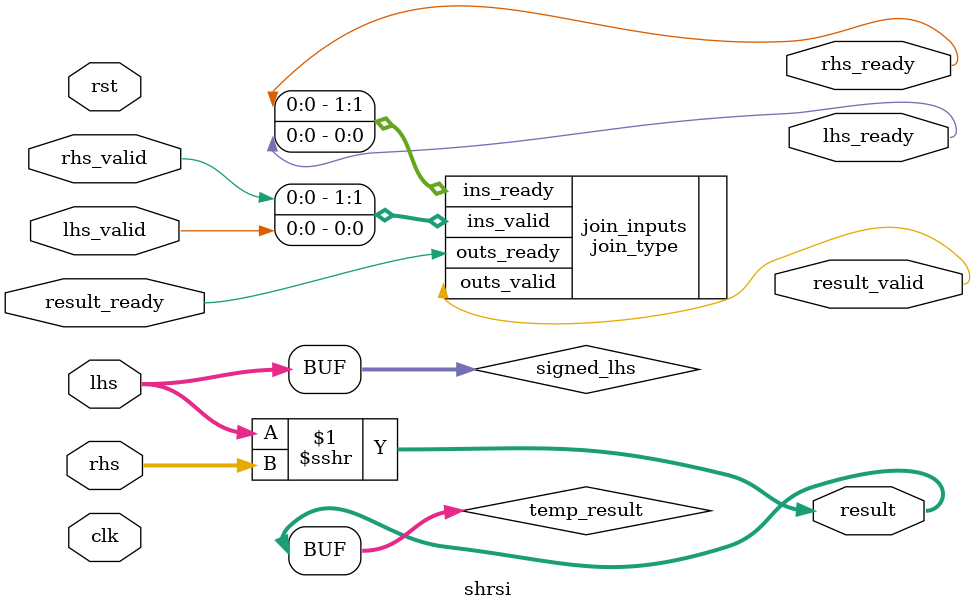
<source format=v>
`timescale 1ns/1ps
module shrsi #(
  parameter DATA_TYPE = 32
)(
  // inputs
  input  clk,
  input  rst,
  input  [DATA_TYPE - 1 : 0] lhs,
  input  lhs_valid,
  input  [DATA_TYPE - 1 : 0] rhs,
  input  rhs_valid,
  input  result_ready,
  // outputs
  output [DATA_TYPE - 1 : 0] result,
  output result_valid,
  output lhs_ready,
  output rhs_ready
);
  
    // Instantiate the join node
    join_type #(
      .SIZE(2)
    ) join_inputs (
      .ins_valid  ({rhs_valid, lhs_valid}),
      .outs_ready (result_ready             ),
      .ins_ready  ({rhs_ready, lhs_ready}  ),
      .outs_valid (result_valid             )
    );
  
    wire signed [DATA_TYPE - 1 : 0] signed_lhs;
    wire signed [DATA_TYPE - 1 : 0] temp_result;
    assign signed_lhs = lhs;
    assign temp_result = signed_lhs >>> rhs;
  
    assign result = temp_result;

endmodule

</source>
